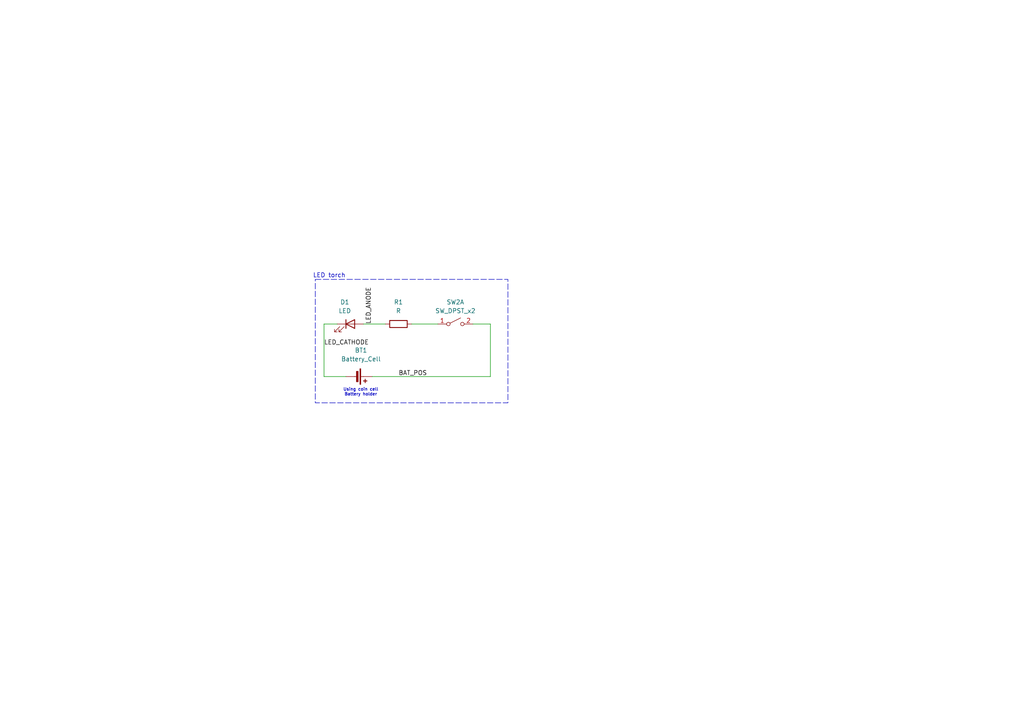
<source format=kicad_sch>
(kicad_sch (version 20231120) (generator "eeschema") (generator_version "8.0")
  (paper "A4")
  (title_block (title "LED torch") (date "2024-08-06") (rev "1") (company "Gusherlabs"))
  (lib_symbols
    (symbol "Device:Battery_Cell" (pin_numbers hide) (pin_names (offset 0) hide)
      (property "Reference" "BT" (at 2.54 2.54 0))
      (property "Value" "Battery_Cell" (at 2.54 0 0))
      (symbol "Battery_Cell_0_1"
        (rectangle (start -2.286 1.778) (end 2.286 1.524) (fill (type outline)))
        (rectangle (start -1.524 1.016) (end 1.524 0.508) (fill (type outline)))
        (polyline (pts (xy 0 0.762) (xy 0 0)))
        (polyline (pts (xy 0 1.778) (xy 0 2.54)))
        (polyline (pts (xy 0.762 3.048) (xy 1.778 3.048)) (stroke (width 0.254)))
        (polyline (pts (xy 1.27 3.556) (xy 1.27 2.54)) (stroke (width 0.254)))
      )
      (symbol "Battery_Cell_1_1"
        (pin passive line (at 0 5.08 270) (length 2.54) (name "+") (number "1"))
        (pin passive line (at 0 -2.54 90) (length 2.54) (name "-") (number "2"))
      )
    )
    (symbol "Device:LED" (pin_numbers hide) (pin_names (offset 1.016) hide)
      (property "Reference" "D" (at 0 2.54 0))
      (property "Value" "LED" (at 0 -2.54 0))
      (symbol "LED_0_1"
        (polyline (pts (xy -1.27 -1.27) (xy -1.27 1.27)) (stroke (width 0.254)))
        (polyline (pts (xy -1.27 0) (xy 1.27 0)))
        (polyline (pts (xy 1.27 -1.27) (xy 1.27 1.27) (xy -1.27 0) (xy 1.27 -1.27)) (stroke (width 0.254)))
        (polyline (pts (xy -3.048 -0.762) (xy -4.572 -2.286) (xy -3.81 -2.286) (xy -4.572 -2.286) (xy -4.572 -1.524)))
        (polyline (pts (xy -1.778 -0.762) (xy -3.302 -2.286) (xy -2.54 -2.286) (xy -3.302 -2.286) (xy -3.302 -1.524)))
      )
      (symbol "LED_1_1"
        (pin passive line (at -3.81 0 0) (length 2.54) (name "K") (number "1"))
        (pin passive line (at 3.81 0 180) (length 2.54) (name "A") (number "2"))
      )
    )
    (symbol "Device:R" (pin_numbers hide) (pin_names (offset 0))
      (property "Reference" "R" (at 2.032 0 90))
      (property "Value" "R" (at 0 0 90))
      (symbol "R_0_1"
        (rectangle (start -1.016 -2.54) (end 1.016 2.54) (stroke (width 0.254)))
      )
      (symbol "R_1_1"
        (pin passive line (at 0 3.81 270) (length 1.27) (name "~") (number "1"))
        (pin passive line (at 0 -3.81 90) (length 1.27) (name "~") (number "2"))
      )
    )
    (symbol "SW_DPST_x2_1" (pin_names (offset 0) hide)
      (property "Reference" "SW" (at 0 3.175 0))
      (property "Value" "SW_DPST_x2" (at 0 -2.54 0))
      (symbol "SW_DPST_x2_1_0_0"
        (circle (center -2.032 0) (radius 0.508))
        (polyline (pts (xy -1.524 0.254) (xy 1.524 1.778)))
        (circle (center 2.032 0) (radius 0.508))
      )
      (symbol "SW_DPST_x2_1_1_1"
        (pin passive line (at -5.08 0 0) (length 2.54) (name "A") (number "1"))
        (pin passive line (at 5.08 0 180) (length 2.54) (name "B") (number "2"))
      )
      (symbol "SW_DPST_x2_1_2_1"
        (pin passive line (at -5.08 0 0) (length 2.54) (name "A") (number "3"))
        (pin passive line (at 5.08 0 180) (length 2.54) (name "B") (number "4"))
      )
    )
  )
  (wire (pts (xy 93.98 109.22) (xy 100.33 109.22)))
  (wire (pts (xy 119.38 93.98) (xy 127 93.98)))
  (wire (pts (xy 93.98 93.98) (xy 93.98 109.22)))
  (wire (pts (xy 105.41 93.98) (xy 111.76 93.98)))
  (wire (pts (xy 97.79 93.98) (xy 93.98 93.98)))
  (wire (pts (xy 142.24 93.98) (xy 137.16 93.98)))
  (wire (pts (xy 107.95 109.22) (xy 142.24 109.22)))
  (wire (pts (xy 142.24 109.22) (xy 142.24 93.98)))
  (rectangle (start 91.44 81.026) (end 147.32 116.84) (stroke (width 0) (type dash)))
  (text "LED torch" (at 95.504 80.01 0) (effects (font (size 1.27 1.27))))
  (text "Using coin cell\nBattery holder" (at 104.648 113.792 0) (effects (font (size 0.87 0.87))))
  (label "BAT_POS" (at 115.57 109.22 0))
  (label "LED_ANODE" (at 107.95 93.98 90))
  (label "LED_CATHODE" (at 93.98 100.33 0))
  (symbol (lib_id "Device:Battery_Cell") (at 102.87 109.22 270) (unit 1)
    (property "Reference" "BT1" (at 104.7115 101.6 90))
    (property "Value" "Battery_Cell" (at 104.7115 104.14 90))
    (property "Footprint" "Battery:BatteryHolder_Keystone_1058_1x2032" (effects (hide yes)))
    (property "Description" "Single-cell battery" (effects (hide yes)))
  )
  (symbol (lib_id "Device:LED") (at 101.6 93.98 0) (unit 1)
    (property "Reference" "D1" (at 100.0125 87.63 0))
    (property "Value" "LED" (at 100.0125 90.17 0))
    (property "Footprint" "LED_THT:LED_D5.0mm" (effects (hide yes)))
    (property "Description" "Light emitting diode" (effects (hide yes)))
  )
  (symbol (lib_name "SW_DPST_x2_1") (lib_id "Switch:SW_DPST_x2") (at 132.08 93.98 0) (unit 1)
    (property "Reference" "SW2" (at 132.08 87.63 0))
    (property "Value" "SW_DPST_x2" (at 132.08 90.17 0))
    (property "Footprint" "Button_Switch_THT:SW_TH_Tactile_Omron_B3F-10xx" (effects (hide yes)))
    (property "Description" "Single Pole Single Throw (SPST) switch, separate symbol" (effects (hide yes)))
  )
  (symbol (lib_id "Device:R") (at 115.57 93.98 90) (unit 1)
    (property "Reference" "R1" (at 115.57 87.63 90))
    (property "Value" "R" (at 115.57 90.17 90))
    (property "Footprint" "Resistor_THT:R_Axial_DIN0204_L3.6mm_D1.6mm_P7.62mm_Horizontal" (effects (hide yes)))
    (property "Description" "Resistor" (effects (hide yes)))
  )
)
</source>
